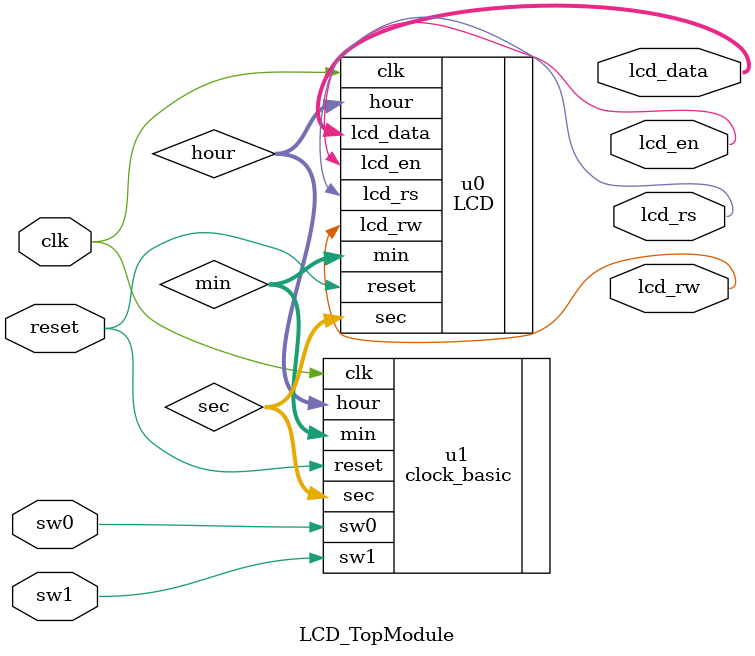
<source format=v>
module LCD_TopModule(clk,reset,lcd_rs,lcd_rw,lcd_en,lcd_data,sw0,sw1);  //¸ðµâ ¼±¾ðºÎ

 input clk,reset,sw0,sw1;  //ÀÔÃâ·Â ¼±¾ðºÎ
 output lcd_rs,lcd_rw,lcd_en;
 output [7:0]lcd_data;

 wire [5:0]sec,min;  //º¯¼ö ¼±¾ðºÎ
 wire [4:0]hour;

 LCD u0(.clk(clk),.reset(reset),.lcd_rs(lcd_rs),.lcd_rw(lcd_rw),.lcd_en(lcd_en),.lcd_data(lcd_data),.sec(sec),.min(min),.hour(hour));  //lcd ¸ðµâ
 clock_basic u1(.clk(clk),.reset(reset),.sec(sec),.min(min),.hour(hour),.sw0(sw0),.sw1(sw1));  //½Ã°è ¸ðµâ
 
endmodule

</source>
